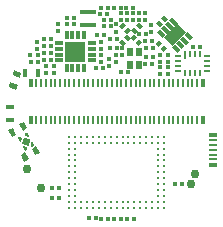
<source format=gbs>
G75*
%MOIN*%
%OFA0B0*%
%FSLAX25Y25*%
%IPPOS*%
%LPD*%
%AMOC8*
5,1,8,0,0,1.08239X$1,22.5*
%
%ADD10R,0.01106X0.03153*%
%ADD11R,0.01578X0.03153*%
%ADD12R,0.01775X0.01381*%
%ADD13R,0.01381X0.01775*%
%ADD14R,0.01775X0.02562*%
%ADD15R,0.02562X0.01775*%
%ADD16C,0.02956*%
%ADD17C,0.00987*%
%ADD18C,0.00200*%
%ADD19R,0.02169X0.02562*%
%ADD20R,0.01086X0.02023*%
%ADD21R,0.01086X0.02810*%
%ADD22R,0.02023X0.01086*%
%ADD23R,0.03153X0.01106*%
%ADD24R,0.03153X0.01578*%
%ADD25R,0.02700X0.01400*%
%ADD26R,0.04100X0.06500*%
%ADD27R,0.03000X0.01400*%
%ADD28R,0.01400X0.03000*%
%ADD29R,0.06700X0.06700*%
D10*
X0044457Y0057902D03*
X0046032Y0057902D03*
X0047607Y0057902D03*
X0049181Y0057902D03*
X0050756Y0057902D03*
X0052331Y0057902D03*
X0053906Y0057902D03*
X0055481Y0057902D03*
X0057056Y0057902D03*
X0058630Y0057902D03*
X0060205Y0057902D03*
X0061780Y0057902D03*
X0063355Y0057902D03*
X0064930Y0057902D03*
X0066504Y0057902D03*
X0068079Y0057902D03*
X0069654Y0057902D03*
X0071229Y0057902D03*
X0072804Y0057902D03*
X0074378Y0057902D03*
X0075953Y0057902D03*
X0077528Y0057902D03*
X0079103Y0057902D03*
X0080678Y0057902D03*
X0082252Y0057902D03*
X0083827Y0057902D03*
X0085402Y0057902D03*
X0086977Y0057902D03*
X0088552Y0057902D03*
X0090126Y0057902D03*
X0091701Y0057902D03*
X0093276Y0057902D03*
X0094851Y0057902D03*
X0096426Y0057902D03*
X0098000Y0057902D03*
X0098000Y0070382D03*
X0096426Y0070382D03*
X0094851Y0070382D03*
X0093276Y0070382D03*
X0091701Y0070382D03*
X0090126Y0070382D03*
X0088552Y0070382D03*
X0086977Y0070382D03*
X0085402Y0070382D03*
X0083827Y0070382D03*
X0082252Y0070382D03*
X0080678Y0070382D03*
X0079103Y0070382D03*
X0077528Y0070382D03*
X0075953Y0070382D03*
X0074378Y0070382D03*
X0072804Y0070382D03*
X0071229Y0070382D03*
X0069654Y0070382D03*
X0068079Y0070382D03*
X0066504Y0070382D03*
X0064930Y0070382D03*
X0063355Y0070382D03*
X0061780Y0070382D03*
X0060205Y0070382D03*
X0058630Y0070382D03*
X0057056Y0070382D03*
X0055481Y0070382D03*
X0053906Y0070382D03*
X0052331Y0070382D03*
X0050756Y0070382D03*
X0049181Y0070382D03*
X0047607Y0070382D03*
X0046032Y0070382D03*
X0044457Y0070382D03*
D11*
X0042587Y0070382D03*
X0042587Y0057902D03*
X0099870Y0057902D03*
X0099870Y0070382D03*
D12*
X0088355Y0073197D03*
X0088355Y0075559D03*
X0088355Y0077174D03*
X0088355Y0079536D03*
X0085796Y0079496D03*
X0085796Y0077134D03*
X0085796Y0075559D03*
X0085796Y0073197D03*
X0073000Y0079496D03*
X0070953Y0079496D03*
X0068670Y0078315D03*
X0070953Y0077134D03*
X0068670Y0075953D03*
X0066032Y0077292D03*
X0066032Y0079654D03*
X0065953Y0081544D03*
X0065953Y0083906D03*
X0071004Y0087419D03*
X0071004Y0089781D03*
X0072804Y0091307D03*
X0074772Y0091307D03*
X0076741Y0091307D03*
X0078709Y0091307D03*
X0080678Y0091307D03*
X0080678Y0093670D03*
X0078709Y0093670D03*
X0076741Y0093670D03*
X0074772Y0093670D03*
X0072804Y0093670D03*
X0082804Y0089654D03*
X0082804Y0087292D03*
X0073000Y0081859D03*
X0051583Y0087725D03*
X0051583Y0090087D03*
X0044654Y0084103D03*
X0044654Y0081741D03*
X0047528Y0076032D03*
X0047528Y0073670D03*
X0050339Y0073670D03*
X0050339Y0076032D03*
D13*
X0049339Y0078048D03*
X0046977Y0078048D03*
X0045087Y0077134D03*
X0042725Y0077134D03*
X0042489Y0079615D03*
X0044851Y0079615D03*
X0046977Y0080381D03*
X0049339Y0080381D03*
X0049339Y0082714D03*
X0046977Y0082714D03*
X0046977Y0085048D03*
X0049339Y0085048D03*
X0054733Y0089811D03*
X0054733Y0092016D03*
X0057095Y0092016D03*
X0057095Y0089811D03*
X0064772Y0086111D03*
X0067134Y0086111D03*
X0069001Y0084849D03*
X0071363Y0084849D03*
G36*
X0072034Y0083918D02*
X0073010Y0084894D01*
X0074264Y0083640D01*
X0073288Y0082664D01*
X0072034Y0083918D01*
G37*
X0071229Y0081859D03*
X0068867Y0081859D03*
G36*
X0073705Y0085589D02*
X0074681Y0086565D01*
X0075935Y0085311D01*
X0074959Y0084335D01*
X0073705Y0085589D01*
G37*
G36*
X0074959Y0088831D02*
X0075935Y0087855D01*
X0074681Y0086601D01*
X0073705Y0087577D01*
X0074959Y0088831D01*
G37*
G36*
X0073288Y0090502D02*
X0074264Y0089526D01*
X0073010Y0088272D01*
X0072034Y0089248D01*
X0073288Y0090502D01*
G37*
G36*
X0078201Y0087577D02*
X0077225Y0086601D01*
X0075971Y0087855D01*
X0076947Y0088831D01*
X0078201Y0087577D01*
G37*
X0078709Y0086583D03*
X0081071Y0086583D03*
X0080756Y0084378D03*
G36*
X0078539Y0082664D02*
X0077563Y0083640D01*
X0078817Y0084894D01*
X0079793Y0083918D01*
X0078539Y0082664D01*
G37*
X0080874Y0081859D03*
X0083237Y0081859D03*
X0083119Y0084378D03*
G36*
X0085215Y0082366D02*
X0084239Y0083342D01*
X0085493Y0084596D01*
X0086469Y0083620D01*
X0085215Y0082366D01*
G37*
G36*
X0086886Y0080696D02*
X0085910Y0081672D01*
X0087164Y0082926D01*
X0088140Y0081950D01*
X0086886Y0080696D01*
G37*
X0083237Y0078867D03*
X0080874Y0078867D03*
X0080678Y0076741D03*
X0083040Y0076741D03*
X0074930Y0073906D03*
X0072567Y0073906D03*
X0066741Y0075166D03*
X0064378Y0075166D03*
G36*
X0076869Y0084335D02*
X0075893Y0085311D01*
X0077147Y0086565D01*
X0078123Y0085589D01*
X0076869Y0084335D01*
G37*
G36*
X0079872Y0089248D02*
X0078896Y0088272D01*
X0077642Y0089526D01*
X0078618Y0090502D01*
X0079872Y0089248D01*
G37*
G36*
X0086627Y0089940D02*
X0085651Y0088964D01*
X0084397Y0090218D01*
X0085373Y0091194D01*
X0086627Y0089940D01*
G37*
G36*
X0088297Y0091610D02*
X0087321Y0090634D01*
X0086067Y0091888D01*
X0087043Y0092864D01*
X0088297Y0091610D01*
G37*
X0076819Y0095402D03*
X0074457Y0095402D03*
X0072567Y0095402D03*
X0070205Y0095402D03*
X0068315Y0095402D03*
X0068079Y0093119D03*
X0069254Y0091307D03*
X0066892Y0091307D03*
X0065717Y0093119D03*
X0065953Y0095402D03*
X0066892Y0089339D03*
X0069254Y0089339D03*
X0096701Y0082174D03*
X0099063Y0082174D03*
X0092922Y0036504D03*
X0090559Y0036504D03*
X0077134Y0024969D03*
X0074772Y0024969D03*
X0072804Y0024969D03*
X0070441Y0024969D03*
X0068473Y0024969D03*
X0066111Y0024969D03*
X0064339Y0025363D03*
X0061977Y0025363D03*
X0051937Y0031859D03*
X0049575Y0031859D03*
X0049536Y0035205D03*
X0051898Y0035205D03*
D14*
G36*
X0039200Y0046339D02*
X0040750Y0047202D01*
X0041996Y0044965D01*
X0040446Y0044102D01*
X0039200Y0046339D01*
G37*
G36*
X0042870Y0048382D02*
X0044420Y0049245D01*
X0045666Y0047008D01*
X0044116Y0046145D01*
X0042870Y0048382D01*
G37*
G36*
X0035006Y0054481D02*
X0036556Y0055344D01*
X0037802Y0053107D01*
X0036252Y0052244D01*
X0035006Y0054481D01*
G37*
G36*
X0038676Y0056523D02*
X0040226Y0057386D01*
X0041472Y0055149D01*
X0039922Y0054286D01*
X0038676Y0056523D01*
G37*
G36*
X0035239Y0068777D02*
X0035781Y0070465D01*
X0038219Y0069681D01*
X0037677Y0067993D01*
X0035239Y0068777D01*
G37*
G36*
X0036522Y0072776D02*
X0037064Y0074464D01*
X0039502Y0073680D01*
X0038960Y0071992D01*
X0036522Y0072776D01*
G37*
X0040782Y0073670D03*
X0044982Y0073670D03*
D15*
X0035796Y0062305D03*
X0035796Y0058105D03*
X0060284Y0089759D03*
X0063119Y0089759D03*
X0063119Y0093959D03*
X0060284Y0093959D03*
D16*
X0046032Y0035402D03*
X0041229Y0041583D03*
X0095867Y0036527D03*
X0097400Y0039775D03*
D17*
X0086977Y0040520D03*
X0086977Y0042489D03*
X0085008Y0042489D03*
X0085008Y0040520D03*
X0085008Y0038552D03*
X0086977Y0038552D03*
X0086977Y0036583D03*
X0086977Y0034615D03*
X0085008Y0034615D03*
X0085008Y0036583D03*
X0085008Y0032646D03*
X0086977Y0032646D03*
X0086977Y0030678D03*
X0085008Y0030678D03*
X0083040Y0030678D03*
X0081071Y0030678D03*
X0079103Y0030678D03*
X0077134Y0030678D03*
X0075166Y0030678D03*
X0073197Y0030678D03*
X0071229Y0030678D03*
X0069260Y0030678D03*
X0067292Y0030678D03*
X0065323Y0030678D03*
X0063355Y0030678D03*
X0061386Y0030678D03*
X0059418Y0030678D03*
X0057449Y0030678D03*
X0057449Y0032646D03*
X0055481Y0032646D03*
X0055481Y0030678D03*
X0055481Y0028709D03*
X0057449Y0028709D03*
X0059418Y0028709D03*
X0061386Y0028709D03*
X0063355Y0028709D03*
X0065323Y0028709D03*
X0067292Y0028709D03*
X0069260Y0028709D03*
X0071229Y0028709D03*
X0073197Y0028709D03*
X0075166Y0028709D03*
X0077134Y0028709D03*
X0079103Y0028709D03*
X0081071Y0028709D03*
X0083040Y0028709D03*
X0085008Y0028709D03*
X0086977Y0028709D03*
X0086977Y0044457D03*
X0085008Y0044457D03*
X0085008Y0046426D03*
X0085008Y0048394D03*
X0086977Y0048394D03*
X0086977Y0046426D03*
X0086977Y0050363D03*
X0085008Y0050363D03*
X0085008Y0052331D03*
X0086977Y0052331D03*
X0083040Y0052331D03*
X0081071Y0052331D03*
X0079103Y0052331D03*
X0077134Y0052331D03*
X0075166Y0052331D03*
X0073197Y0052331D03*
X0071229Y0052331D03*
X0071229Y0050363D03*
X0073197Y0050363D03*
X0075166Y0050363D03*
X0077134Y0050363D03*
X0079103Y0050363D03*
X0081071Y0050363D03*
X0083040Y0050363D03*
X0069260Y0050363D03*
X0067292Y0050363D03*
X0065323Y0050363D03*
X0063355Y0050363D03*
X0063355Y0052331D03*
X0065323Y0052331D03*
X0067292Y0052331D03*
X0069260Y0052331D03*
X0061386Y0052331D03*
X0059418Y0052331D03*
X0057449Y0052331D03*
X0055481Y0052331D03*
X0055481Y0050363D03*
X0057449Y0050363D03*
X0059418Y0050363D03*
X0061386Y0050363D03*
X0057449Y0048394D03*
X0057449Y0046426D03*
X0055481Y0046426D03*
X0055481Y0048394D03*
X0055481Y0044457D03*
X0057449Y0044457D03*
X0057449Y0042489D03*
X0057449Y0040520D03*
X0055481Y0040520D03*
X0055481Y0042489D03*
X0055481Y0038552D03*
X0057449Y0038552D03*
X0057449Y0036583D03*
X0057449Y0034615D03*
X0055481Y0034615D03*
X0055481Y0036583D03*
D18*
X0041158Y0048397D02*
X0040607Y0048091D01*
X0040014Y0049157D01*
X0040871Y0048913D01*
X0041158Y0048397D01*
X0041104Y0048493D02*
X0040383Y0048493D01*
X0040273Y0048691D02*
X0040994Y0048691D01*
X0040883Y0048890D02*
X0040162Y0048890D01*
X0040254Y0049088D02*
X0040052Y0049088D01*
X0040494Y0048294D02*
X0040974Y0048294D01*
X0040617Y0048096D02*
X0040604Y0048096D01*
X0042843Y0049335D02*
X0043394Y0049641D01*
X0042800Y0050708D01*
X0042556Y0049851D01*
X0042843Y0049335D01*
X0042760Y0049486D02*
X0043114Y0049486D01*
X0043370Y0049684D02*
X0042649Y0049684D01*
X0042565Y0049883D02*
X0043260Y0049883D01*
X0043149Y0050081D02*
X0042622Y0050081D01*
X0042678Y0050280D02*
X0043039Y0050280D01*
X0042928Y0050478D02*
X0042735Y0050478D01*
X0042791Y0050677D02*
X0042818Y0050677D01*
X0041862Y0050875D02*
X0039897Y0050875D01*
X0039841Y0050677D02*
X0041806Y0050677D01*
X0041749Y0050478D02*
X0039784Y0050478D01*
X0039728Y0050280D02*
X0041692Y0050280D01*
X0041636Y0050081D02*
X0040231Y0050081D01*
X0039713Y0050229D02*
X0041530Y0049711D01*
X0042048Y0051528D01*
X0040231Y0052046D01*
X0039713Y0050229D01*
X0039954Y0051074D02*
X0041919Y0051074D01*
X0041975Y0051272D02*
X0040010Y0051272D01*
X0040067Y0051471D02*
X0042032Y0051471D01*
X0041554Y0051669D02*
X0040123Y0051669D01*
X0040180Y0051868D02*
X0040857Y0051868D01*
X0040890Y0052844D02*
X0040603Y0053360D01*
X0041154Y0053666D01*
X0041747Y0052600D01*
X0040890Y0052844D01*
X0040881Y0052860D02*
X0041602Y0052860D01*
X0041530Y0052662D02*
X0041713Y0052662D01*
X0041492Y0053059D02*
X0040771Y0053059D01*
X0040660Y0053257D02*
X0041381Y0053257D01*
X0041271Y0053456D02*
X0040775Y0053456D01*
X0041132Y0053654D02*
X0041160Y0053654D01*
X0038918Y0052422D02*
X0038367Y0052115D01*
X0038961Y0051049D01*
X0039205Y0051906D01*
X0038918Y0052422D01*
X0039005Y0052265D02*
X0038635Y0052265D01*
X0038395Y0052066D02*
X0039116Y0052066D01*
X0039194Y0051868D02*
X0038505Y0051868D01*
X0038616Y0051669D02*
X0039137Y0051669D01*
X0039081Y0051471D02*
X0038726Y0051471D01*
X0038837Y0051272D02*
X0039024Y0051272D01*
X0038968Y0051074D02*
X0038947Y0051074D01*
X0040928Y0049883D02*
X0041579Y0049883D01*
D19*
X0075559Y0076347D03*
X0078709Y0076347D03*
X0078709Y0080678D03*
X0075559Y0080678D03*
D20*
X0094142Y0073630D03*
X0095717Y0073630D03*
X0097292Y0073630D03*
X0098867Y0073630D03*
X0098867Y0079930D03*
X0097292Y0079930D03*
X0095717Y0079930D03*
D21*
X0094142Y0079536D03*
D22*
X0091780Y0079142D03*
X0091780Y0077567D03*
X0091780Y0075993D03*
X0091780Y0074418D03*
X0101229Y0074418D03*
X0101229Y0075993D03*
X0101229Y0077567D03*
X0101229Y0079142D03*
D23*
X0103453Y0051150D03*
X0103453Y0049575D03*
X0103453Y0048000D03*
X0103453Y0046426D03*
X0103453Y0044851D03*
D24*
X0103453Y0042981D03*
X0103453Y0053020D03*
D25*
G36*
X0091445Y0080296D02*
X0089537Y0082204D01*
X0090527Y0083194D01*
X0092435Y0081286D01*
X0091445Y0080296D01*
G37*
G36*
X0092837Y0081688D02*
X0090929Y0083596D01*
X0091919Y0084586D01*
X0093827Y0082678D01*
X0092837Y0081688D01*
G37*
G36*
X0094229Y0083080D02*
X0092321Y0084988D01*
X0093311Y0085978D01*
X0095219Y0084070D01*
X0094229Y0083080D01*
G37*
G36*
X0095621Y0084472D02*
X0093713Y0086380D01*
X0094703Y0087370D01*
X0096611Y0085462D01*
X0095621Y0084472D01*
G37*
G36*
X0089279Y0088029D02*
X0087371Y0089937D01*
X0088361Y0090927D01*
X0090269Y0089019D01*
X0089279Y0088029D01*
G37*
G36*
X0087887Y0086637D02*
X0085979Y0088545D01*
X0086969Y0089535D01*
X0088877Y0087627D01*
X0087887Y0086637D01*
G37*
G36*
X0086495Y0085245D02*
X0084587Y0087153D01*
X0085577Y0088143D01*
X0087485Y0086235D01*
X0086495Y0085245D01*
G37*
G36*
X0090671Y0089421D02*
X0088763Y0091329D01*
X0089753Y0092319D01*
X0091661Y0090411D01*
X0090671Y0089421D01*
G37*
D26*
G36*
X0089751Y0082560D02*
X0086852Y0085459D01*
X0091447Y0090054D01*
X0094346Y0087155D01*
X0089751Y0082560D01*
G37*
D27*
X0062989Y0081741D03*
X0062989Y0079772D03*
X0062989Y0077804D03*
X0062989Y0083709D03*
X0051989Y0083709D03*
X0051989Y0081741D03*
X0051989Y0079772D03*
X0051989Y0077804D03*
D28*
X0054536Y0075256D03*
X0056504Y0075256D03*
X0058473Y0075256D03*
X0060441Y0075256D03*
X0060441Y0086256D03*
X0058473Y0086256D03*
X0056504Y0086256D03*
X0054536Y0086256D03*
D29*
X0057489Y0080756D03*
M02*

</source>
